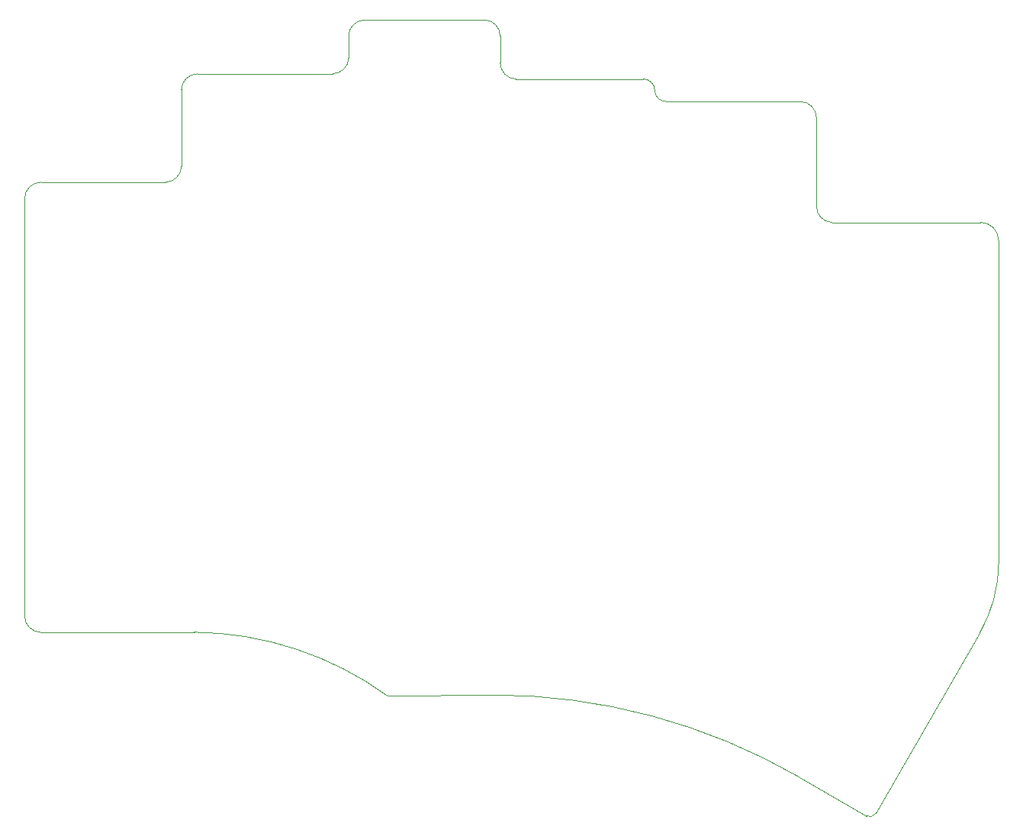
<source format=gm1>
G04 #@! TF.GenerationSoftware,KiCad,Pcbnew,7.0.2-0*
G04 #@! TF.CreationDate,2023-06-03T11:58:50+02:00*
G04 #@! TF.ProjectId,plates,706c6174-6573-42e6-9b69-6361645f7063,0.4.3*
G04 #@! TF.SameCoordinates,Original*
G04 #@! TF.FileFunction,Profile,NP*
%FSLAX46Y46*%
G04 Gerber Fmt 4.6, Leading zero omitted, Abs format (unit mm)*
G04 Created by KiCad (PCBNEW 7.0.2-0) date 2023-06-03 11:58:50*
%MOMM*%
%LPD*%
G01*
G04 APERTURE LIST*
G04 #@! TA.AperFunction,Profile*
%ADD10C,0.050000*%
G04 #@! TD*
G04 APERTURE END LIST*
D10*
X63279167Y-81044010D02*
X63269824Y-127424999D01*
X151154912Y-81864669D02*
X151150000Y-72125000D01*
X171374989Y-85740125D02*
X171385883Y-121456747D01*
X171375017Y-85740125D02*
G75*
G03*
X169375000Y-83739983I-2000117J25D01*
G01*
X131950000Y-67825000D02*
X117800000Y-67825000D01*
X116054889Y-63057298D02*
X116054889Y-66030865D01*
X114309778Y-61263163D02*
X101025000Y-61275000D01*
X133200000Y-69075000D02*
G75*
G03*
X131950000Y-67825000I-1250000J0D01*
G01*
X133200000Y-69075000D02*
G75*
G03*
X134450000Y-70325000I1250000J0D01*
G01*
X80677686Y-69000074D02*
X80673519Y-77531064D01*
X101025000Y-61274978D02*
G75*
G03*
X99230866Y-63020111I0J-1794822D01*
G01*
X115235769Y-136194832D02*
X103554156Y-136294630D01*
X78875000Y-79288834D02*
X65083651Y-79288834D01*
X82096860Y-129229483D02*
X65025000Y-129229483D01*
X156698895Y-149616311D02*
X149229607Y-145303912D01*
X116054924Y-63057298D02*
G75*
G03*
X114309778Y-61263164I-1794824J-2D01*
G01*
X151150022Y-72125000D02*
G75*
G03*
X149404889Y-70330866I-1794822J0D01*
G01*
X169275518Y-129333217D02*
G75*
G03*
X171385883Y-121456747I-13641718J7876017D01*
G01*
X149404889Y-70330865D02*
X134450000Y-70325000D01*
X78875000Y-79288891D02*
G75*
G03*
X80673519Y-77531064I-8700J1807891D01*
G01*
X149229606Y-145303913D02*
G75*
G03*
X115235769Y-136194832I-33993836J-58875617D01*
G01*
X156698897Y-149616307D02*
G75*
G03*
X157723413Y-149341792I375003J649507D01*
G01*
X65083651Y-79288875D02*
G75*
G03*
X63279167Y-81044010I-51J-1805125D01*
G01*
X97441349Y-67244772D02*
G75*
G03*
X99235483Y-65499713I51J1794772D01*
G01*
X99230865Y-63020111D02*
X99235484Y-65499713D01*
X157723414Y-149341792D02*
X169275507Y-129333211D01*
X116054912Y-66030865D02*
G75*
G03*
X117800000Y-67825000I1794788J-35D01*
G01*
X97441349Y-67244824D02*
X82482170Y-67244898D01*
X151154874Y-81864667D02*
G75*
G03*
X152891941Y-83751855I1786626J-98533D01*
G01*
X63269825Y-127424999D02*
G75*
G03*
X65025000Y-129229482I1805175J-1D01*
G01*
X152891941Y-83751855D02*
X169375000Y-83739983D01*
X103554156Y-136294630D02*
G75*
G03*
X82096860Y-129229483I-21829156J-30180370D01*
G01*
X82482170Y-67244893D02*
G75*
G03*
X80677686Y-69000074I30J-1805207D01*
G01*
M02*

</source>
